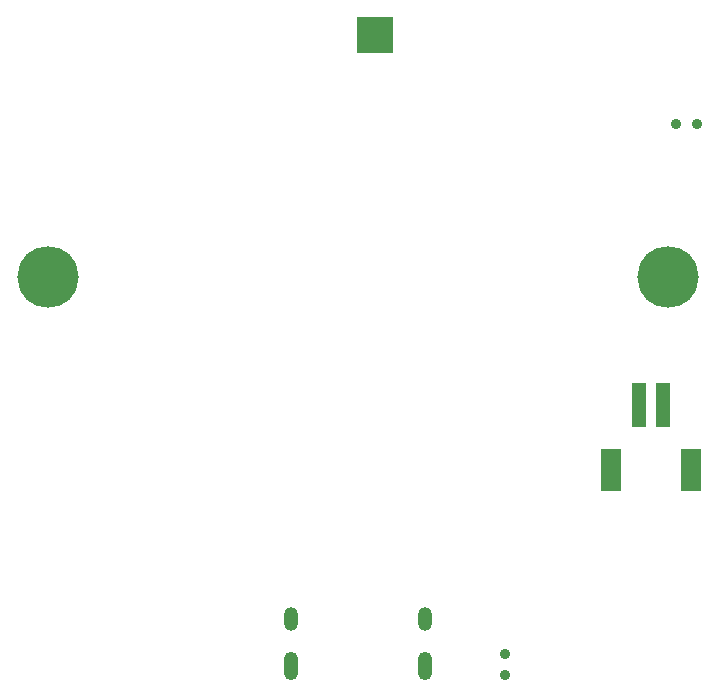
<source format=gbs>
G04*
G04 #@! TF.GenerationSoftware,Altium Limited,Altium Designer,22.5.1 (42)*
G04*
G04 Layer_Color=16711935*
%FSLAX25Y25*%
%MOIN*%
G70*
G04*
G04 #@! TF.SameCoordinates,99E8522F-A59E-4A80-82A0-D8EFEBB404AF*
G04*
G04*
G04 #@! TF.FilePolarity,Negative*
G04*
G01*
G75*
%ADD52C,0.20485*%
%ADD53C,0.03556*%
%ADD54O,0.04737X0.09461*%
%ADD55O,0.04737X0.07887*%
%ADD56R,0.12217X0.12217*%
%ADD107R,0.06706X0.14186*%
%ADD108R,0.04737X0.14580*%
D52*
X103347Y135827D02*
D03*
X-103347D02*
D03*
D53*
X112957Y186688D02*
D03*
X105870D02*
D03*
X49146Y3186D02*
D03*
Y10273D02*
D03*
D54*
X-22441Y6041D02*
D03*
X22441D02*
D03*
D55*
X-22441Y21789D02*
D03*
X22441D02*
D03*
D56*
X5576Y216572D02*
D03*
D107*
X84525Y71377D02*
D03*
X110903D02*
D03*
D108*
X93777Y93227D02*
D03*
X101651D02*
D03*
M02*

</source>
